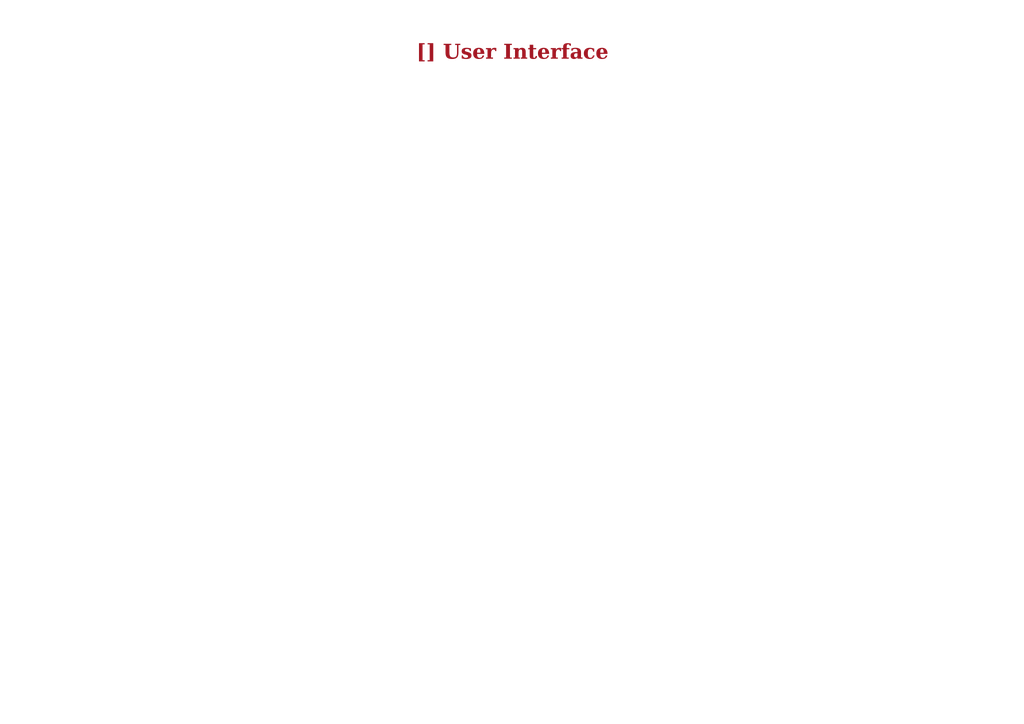
<source format=kicad_sch>
(kicad_sch
	(version 20250114)
	(generator "eeschema")
	(generator_version "9.0")
	(uuid "ea8c4f5e-7a49-4faf-a994-dbc85ed86b0a")
	(paper "A3")
	(title_block
		(title "User Interface")
		(date "Last Modified Date")
		(rev "${REVISION}")
		(company "${COMPANY}")
	)
	(lib_symbols)
	(text_box "[${#}] ${TITLE}"
		(exclude_from_sim no)
		(at 12.7 15.24 0)
		(size 394.97 12.7)
		(margins 4.4999 4.4999 4.4999 4.4999)
		(stroke
			(width -0.0001)
			(type default)
		)
		(fill
			(type none)
		)
		(effects
			(font
				(face "Times New Roman")
				(size 6 6)
				(thickness 1.2)
				(bold yes)
				(color 162 22 34 1)
			)
		)
		(uuid "b2c13488-4f2f-433b-bdc6-d210d1646aca")
	)
)

</source>
